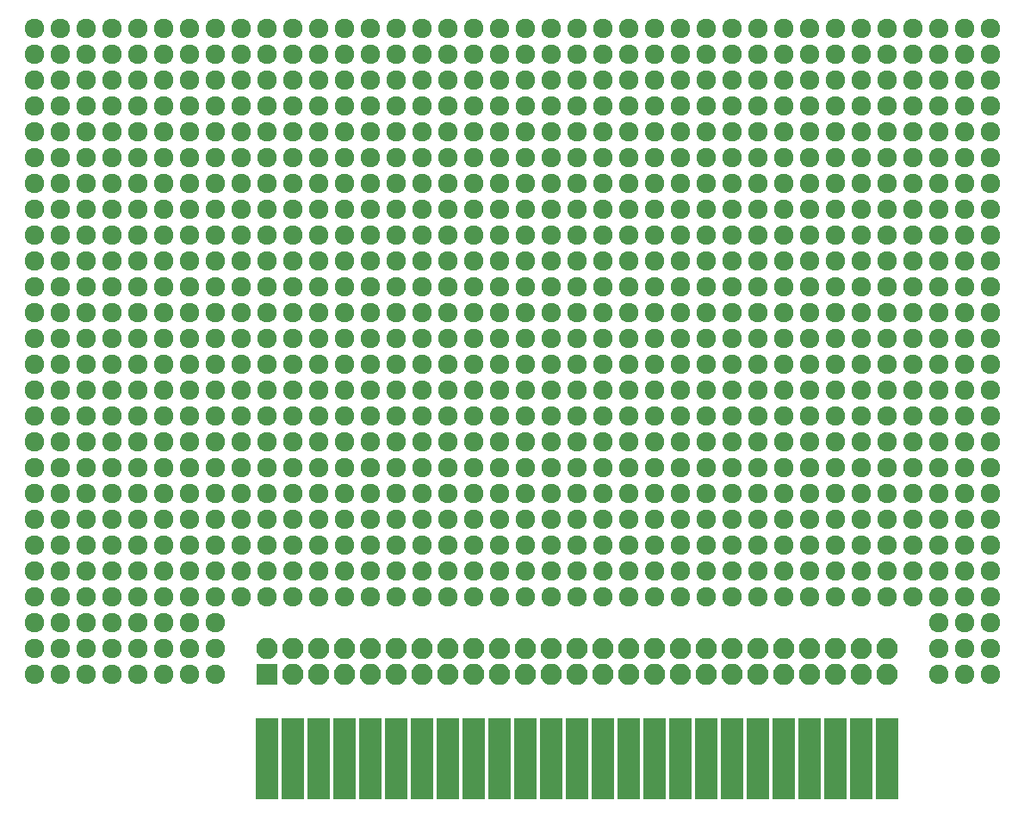
<source format=gbs>
G04 #@! TF.FileFunction,Soldermask,Bot*
%FSLAX46Y46*%
G04 Gerber Fmt 4.6, Leading zero omitted, Abs format (unit mm)*
G04 Created by KiCad (PCBNEW 4.0.7) date 08/21/19 17:33:11*
%MOMM*%
%LPD*%
G01*
G04 APERTURE LIST*
%ADD10C,0.100000*%
%ADD11C,1.924000*%
%ADD12R,2.178000X8.020000*%
%ADD13R,2.100000X2.100000*%
%ADD14O,2.100000X2.100000*%
G04 APERTURE END LIST*
D10*
D11*
X165735000Y-128905000D03*
X165735000Y-126365000D03*
X165735000Y-123825000D03*
X165735000Y-121285000D03*
X165735000Y-118745000D03*
X165735000Y-116205000D03*
X165735000Y-113665000D03*
X165735000Y-111125000D03*
X165735000Y-108585000D03*
X165735000Y-106045000D03*
X165735000Y-103505000D03*
X165735000Y-100965000D03*
X165735000Y-98425000D03*
X165735000Y-95885000D03*
X165735000Y-93345000D03*
X165735000Y-90805000D03*
X165735000Y-88265000D03*
X165735000Y-85725000D03*
X165735000Y-83185000D03*
X165735000Y-80645000D03*
X165735000Y-78105000D03*
X165735000Y-75565000D03*
X165735000Y-73025000D03*
X165735000Y-70485000D03*
X165735000Y-67945000D03*
X165735000Y-65405000D03*
X170815000Y-128905000D03*
X170815000Y-126365000D03*
X170815000Y-123825000D03*
X170815000Y-121285000D03*
X170815000Y-118745000D03*
X170815000Y-116205000D03*
X170815000Y-113665000D03*
X170815000Y-111125000D03*
X170815000Y-108585000D03*
X170815000Y-106045000D03*
X170815000Y-103505000D03*
X170815000Y-100965000D03*
X170815000Y-98425000D03*
X170815000Y-95885000D03*
X170815000Y-93345000D03*
X170815000Y-90805000D03*
X170815000Y-88265000D03*
X170815000Y-85725000D03*
X170815000Y-83185000D03*
X170815000Y-80645000D03*
X170815000Y-78105000D03*
X170815000Y-75565000D03*
X170815000Y-73025000D03*
X170815000Y-70485000D03*
X170815000Y-67945000D03*
X170815000Y-65405000D03*
X173355000Y-128905000D03*
X173355000Y-126365000D03*
X173355000Y-123825000D03*
X173355000Y-121285000D03*
X173355000Y-118745000D03*
X173355000Y-116205000D03*
X173355000Y-113665000D03*
X173355000Y-111125000D03*
X173355000Y-108585000D03*
X173355000Y-106045000D03*
X173355000Y-103505000D03*
X173355000Y-100965000D03*
X173355000Y-98425000D03*
X173355000Y-95885000D03*
X173355000Y-93345000D03*
X173355000Y-90805000D03*
X173355000Y-88265000D03*
X173355000Y-85725000D03*
X173355000Y-83185000D03*
X173355000Y-80645000D03*
X173355000Y-78105000D03*
X173355000Y-75565000D03*
X173355000Y-73025000D03*
X173355000Y-70485000D03*
X173355000Y-67945000D03*
X173355000Y-65405000D03*
X168275000Y-128905000D03*
X168275000Y-126365000D03*
X168275000Y-123825000D03*
X168275000Y-121285000D03*
X168275000Y-118745000D03*
X168275000Y-116205000D03*
X168275000Y-113665000D03*
X168275000Y-111125000D03*
X168275000Y-108585000D03*
X168275000Y-106045000D03*
X168275000Y-103505000D03*
X168275000Y-100965000D03*
X168275000Y-98425000D03*
X168275000Y-95885000D03*
X168275000Y-93345000D03*
X168275000Y-90805000D03*
X168275000Y-88265000D03*
X168275000Y-85725000D03*
X168275000Y-83185000D03*
X168275000Y-80645000D03*
X168275000Y-78105000D03*
X168275000Y-75565000D03*
X168275000Y-73025000D03*
X168275000Y-70485000D03*
X168275000Y-67945000D03*
X168275000Y-65405000D03*
X175895000Y-128905000D03*
X175895000Y-126365000D03*
X175895000Y-123825000D03*
X175895000Y-121285000D03*
X175895000Y-118745000D03*
X175895000Y-116205000D03*
X175895000Y-113665000D03*
X175895000Y-111125000D03*
X175895000Y-108585000D03*
X175895000Y-106045000D03*
X175895000Y-103505000D03*
X175895000Y-100965000D03*
X175895000Y-98425000D03*
X175895000Y-95885000D03*
X175895000Y-93345000D03*
X175895000Y-90805000D03*
X175895000Y-88265000D03*
X175895000Y-85725000D03*
X175895000Y-83185000D03*
X175895000Y-80645000D03*
X175895000Y-78105000D03*
X175895000Y-75565000D03*
X175895000Y-73025000D03*
X175895000Y-70485000D03*
X175895000Y-67945000D03*
X175895000Y-65405000D03*
X178435000Y-128905000D03*
X178435000Y-126365000D03*
X178435000Y-123825000D03*
X178435000Y-121285000D03*
X178435000Y-118745000D03*
X178435000Y-116205000D03*
X178435000Y-113665000D03*
X178435000Y-111125000D03*
X178435000Y-108585000D03*
X178435000Y-106045000D03*
X178435000Y-103505000D03*
X178435000Y-100965000D03*
X178435000Y-98425000D03*
X178435000Y-95885000D03*
X178435000Y-93345000D03*
X178435000Y-90805000D03*
X178435000Y-88265000D03*
X178435000Y-85725000D03*
X178435000Y-83185000D03*
X178435000Y-80645000D03*
X178435000Y-78105000D03*
X178435000Y-75565000D03*
X178435000Y-73025000D03*
X178435000Y-70485000D03*
X178435000Y-67945000D03*
X178435000Y-65405000D03*
X180975000Y-128905000D03*
X180975000Y-126365000D03*
X180975000Y-123825000D03*
X180975000Y-121285000D03*
X180975000Y-118745000D03*
X180975000Y-116205000D03*
X180975000Y-113665000D03*
X180975000Y-111125000D03*
X180975000Y-108585000D03*
X180975000Y-106045000D03*
X180975000Y-103505000D03*
X180975000Y-100965000D03*
X180975000Y-98425000D03*
X180975000Y-95885000D03*
X180975000Y-93345000D03*
X180975000Y-90805000D03*
X180975000Y-88265000D03*
X180975000Y-85725000D03*
X180975000Y-83185000D03*
X180975000Y-80645000D03*
X180975000Y-78105000D03*
X180975000Y-75565000D03*
X180975000Y-73025000D03*
X180975000Y-70485000D03*
X180975000Y-67945000D03*
X180975000Y-65405000D03*
X183515000Y-128905000D03*
X183515000Y-126365000D03*
X183515000Y-123825000D03*
X183515000Y-121285000D03*
X183515000Y-118745000D03*
X183515000Y-116205000D03*
X183515000Y-113665000D03*
X183515000Y-111125000D03*
X183515000Y-108585000D03*
X183515000Y-106045000D03*
X183515000Y-103505000D03*
X183515000Y-100965000D03*
X183515000Y-98425000D03*
X183515000Y-95885000D03*
X183515000Y-93345000D03*
X183515000Y-90805000D03*
X183515000Y-88265000D03*
X183515000Y-85725000D03*
X183515000Y-83185000D03*
X183515000Y-80645000D03*
X183515000Y-78105000D03*
X183515000Y-75565000D03*
X183515000Y-73025000D03*
X183515000Y-70485000D03*
X183515000Y-67945000D03*
X183515000Y-65405000D03*
X186055000Y-121285000D03*
X186055000Y-118745000D03*
X186055000Y-116205000D03*
X186055000Y-113665000D03*
X186055000Y-111125000D03*
X186055000Y-108585000D03*
X186055000Y-106045000D03*
X186055000Y-103505000D03*
X186055000Y-100965000D03*
X186055000Y-98425000D03*
X186055000Y-95885000D03*
X186055000Y-93345000D03*
X186055000Y-90805000D03*
X186055000Y-88265000D03*
X186055000Y-85725000D03*
X186055000Y-83185000D03*
X186055000Y-80645000D03*
X186055000Y-78105000D03*
X186055000Y-75565000D03*
X186055000Y-73025000D03*
X186055000Y-70485000D03*
X186055000Y-67945000D03*
X186055000Y-65405000D03*
X188595000Y-121285000D03*
X188595000Y-118745000D03*
X188595000Y-116205000D03*
X188595000Y-113665000D03*
X188595000Y-111125000D03*
X188595000Y-108585000D03*
X188595000Y-106045000D03*
X188595000Y-103505000D03*
X188595000Y-100965000D03*
X188595000Y-98425000D03*
X188595000Y-95885000D03*
X188595000Y-93345000D03*
X188595000Y-90805000D03*
X188595000Y-88265000D03*
X188595000Y-85725000D03*
X188595000Y-83185000D03*
X188595000Y-80645000D03*
X188595000Y-78105000D03*
X188595000Y-75565000D03*
X188595000Y-73025000D03*
X188595000Y-70485000D03*
X188595000Y-67945000D03*
X188595000Y-65405000D03*
X191135000Y-121285000D03*
X191135000Y-118745000D03*
X191135000Y-116205000D03*
X191135000Y-113665000D03*
X191135000Y-111125000D03*
X191135000Y-108585000D03*
X191135000Y-106045000D03*
X191135000Y-103505000D03*
X191135000Y-100965000D03*
X191135000Y-98425000D03*
X191135000Y-95885000D03*
X191135000Y-93345000D03*
X191135000Y-90805000D03*
X191135000Y-88265000D03*
X191135000Y-85725000D03*
X191135000Y-83185000D03*
X191135000Y-80645000D03*
X191135000Y-78105000D03*
X191135000Y-75565000D03*
X191135000Y-73025000D03*
X191135000Y-70485000D03*
X191135000Y-67945000D03*
X191135000Y-65405000D03*
X193675000Y-121285000D03*
X193675000Y-118745000D03*
X193675000Y-116205000D03*
X193675000Y-113665000D03*
X193675000Y-111125000D03*
X193675000Y-108585000D03*
X193675000Y-106045000D03*
X193675000Y-103505000D03*
X193675000Y-100965000D03*
X193675000Y-98425000D03*
X193675000Y-95885000D03*
X193675000Y-93345000D03*
X193675000Y-90805000D03*
X193675000Y-88265000D03*
X193675000Y-85725000D03*
X193675000Y-83185000D03*
X193675000Y-80645000D03*
X193675000Y-78105000D03*
X193675000Y-75565000D03*
X193675000Y-73025000D03*
X193675000Y-70485000D03*
X193675000Y-67945000D03*
X193675000Y-65405000D03*
X196215000Y-121285000D03*
X196215000Y-118745000D03*
X196215000Y-116205000D03*
X196215000Y-113665000D03*
X196215000Y-111125000D03*
X196215000Y-108585000D03*
X196215000Y-106045000D03*
X196215000Y-103505000D03*
X196215000Y-100965000D03*
X196215000Y-98425000D03*
X196215000Y-95885000D03*
X196215000Y-93345000D03*
X196215000Y-90805000D03*
X196215000Y-88265000D03*
X196215000Y-85725000D03*
X196215000Y-83185000D03*
X196215000Y-80645000D03*
X196215000Y-78105000D03*
X196215000Y-75565000D03*
X196215000Y-73025000D03*
X196215000Y-70485000D03*
X196215000Y-67945000D03*
X196215000Y-65405000D03*
X198755000Y-121285000D03*
X198755000Y-118745000D03*
X198755000Y-116205000D03*
X198755000Y-113665000D03*
X198755000Y-111125000D03*
X198755000Y-108585000D03*
X198755000Y-106045000D03*
X198755000Y-103505000D03*
X198755000Y-100965000D03*
X198755000Y-98425000D03*
X198755000Y-95885000D03*
X198755000Y-93345000D03*
X198755000Y-90805000D03*
X198755000Y-88265000D03*
X198755000Y-85725000D03*
X198755000Y-83185000D03*
X198755000Y-80645000D03*
X198755000Y-78105000D03*
X198755000Y-75565000D03*
X198755000Y-73025000D03*
X198755000Y-70485000D03*
X198755000Y-67945000D03*
X198755000Y-65405000D03*
X201295000Y-121285000D03*
X201295000Y-118745000D03*
X201295000Y-116205000D03*
X201295000Y-113665000D03*
X201295000Y-111125000D03*
X201295000Y-108585000D03*
X201295000Y-106045000D03*
X201295000Y-103505000D03*
X201295000Y-100965000D03*
X201295000Y-98425000D03*
X201295000Y-95885000D03*
X201295000Y-93345000D03*
X201295000Y-90805000D03*
X201295000Y-88265000D03*
X201295000Y-85725000D03*
X201295000Y-83185000D03*
X201295000Y-80645000D03*
X201295000Y-78105000D03*
X201295000Y-75565000D03*
X201295000Y-73025000D03*
X201295000Y-70485000D03*
X201295000Y-67945000D03*
X201295000Y-65405000D03*
X203835000Y-121285000D03*
X203835000Y-118745000D03*
X203835000Y-116205000D03*
X203835000Y-113665000D03*
X203835000Y-111125000D03*
X203835000Y-108585000D03*
X203835000Y-106045000D03*
X203835000Y-103505000D03*
X203835000Y-100965000D03*
X203835000Y-98425000D03*
X203835000Y-95885000D03*
X203835000Y-93345000D03*
X203835000Y-90805000D03*
X203835000Y-88265000D03*
X203835000Y-85725000D03*
X203835000Y-83185000D03*
X203835000Y-80645000D03*
X203835000Y-78105000D03*
X203835000Y-75565000D03*
X203835000Y-73025000D03*
X203835000Y-70485000D03*
X203835000Y-67945000D03*
X203835000Y-65405000D03*
X206375000Y-121285000D03*
X206375000Y-118745000D03*
X206375000Y-116205000D03*
X206375000Y-113665000D03*
X206375000Y-111125000D03*
X206375000Y-108585000D03*
X206375000Y-106045000D03*
X206375000Y-103505000D03*
X206375000Y-100965000D03*
X206375000Y-98425000D03*
X206375000Y-95885000D03*
X206375000Y-93345000D03*
X206375000Y-90805000D03*
X206375000Y-88265000D03*
X206375000Y-85725000D03*
X206375000Y-83185000D03*
X206375000Y-80645000D03*
X206375000Y-78105000D03*
X206375000Y-75565000D03*
X206375000Y-73025000D03*
X206375000Y-70485000D03*
X206375000Y-67945000D03*
X206375000Y-65405000D03*
X208915000Y-121285000D03*
X208915000Y-118745000D03*
X208915000Y-116205000D03*
X208915000Y-113665000D03*
X208915000Y-111125000D03*
X208915000Y-108585000D03*
X208915000Y-106045000D03*
X208915000Y-103505000D03*
X208915000Y-100965000D03*
X208915000Y-98425000D03*
X208915000Y-95885000D03*
X208915000Y-93345000D03*
X208915000Y-90805000D03*
X208915000Y-88265000D03*
X208915000Y-85725000D03*
X208915000Y-83185000D03*
X208915000Y-80645000D03*
X208915000Y-78105000D03*
X208915000Y-75565000D03*
X208915000Y-73025000D03*
X208915000Y-70485000D03*
X208915000Y-67945000D03*
X208915000Y-65405000D03*
X211455000Y-121285000D03*
X211455000Y-118745000D03*
X211455000Y-116205000D03*
X211455000Y-113665000D03*
X211455000Y-111125000D03*
X211455000Y-108585000D03*
X211455000Y-106045000D03*
X211455000Y-103505000D03*
X211455000Y-100965000D03*
X211455000Y-98425000D03*
X211455000Y-95885000D03*
X211455000Y-93345000D03*
X211455000Y-90805000D03*
X211455000Y-88265000D03*
X211455000Y-85725000D03*
X211455000Y-83185000D03*
X211455000Y-80645000D03*
X211455000Y-78105000D03*
X211455000Y-75565000D03*
X211455000Y-73025000D03*
X211455000Y-70485000D03*
X211455000Y-67945000D03*
X211455000Y-65405000D03*
X213995000Y-121285000D03*
X213995000Y-118745000D03*
X213995000Y-116205000D03*
X213995000Y-113665000D03*
X213995000Y-111125000D03*
X213995000Y-108585000D03*
X213995000Y-106045000D03*
X213995000Y-103505000D03*
X213995000Y-100965000D03*
X213995000Y-98425000D03*
X213995000Y-95885000D03*
X213995000Y-93345000D03*
X213995000Y-90805000D03*
X213995000Y-88265000D03*
X213995000Y-85725000D03*
X213995000Y-83185000D03*
X213995000Y-80645000D03*
X213995000Y-78105000D03*
X213995000Y-75565000D03*
X213995000Y-73025000D03*
X213995000Y-70485000D03*
X213995000Y-67945000D03*
X213995000Y-65405000D03*
X216535000Y-121285000D03*
X216535000Y-118745000D03*
X216535000Y-116205000D03*
X216535000Y-113665000D03*
X216535000Y-111125000D03*
X216535000Y-108585000D03*
X216535000Y-106045000D03*
X216535000Y-103505000D03*
X216535000Y-100965000D03*
X216535000Y-98425000D03*
X216535000Y-95885000D03*
X216535000Y-93345000D03*
X216535000Y-90805000D03*
X216535000Y-88265000D03*
X216535000Y-85725000D03*
X216535000Y-83185000D03*
X216535000Y-80645000D03*
X216535000Y-78105000D03*
X216535000Y-75565000D03*
X216535000Y-73025000D03*
X216535000Y-70485000D03*
X216535000Y-67945000D03*
X216535000Y-65405000D03*
X219075000Y-121285000D03*
X219075000Y-118745000D03*
X219075000Y-116205000D03*
X219075000Y-113665000D03*
X219075000Y-111125000D03*
X219075000Y-108585000D03*
X219075000Y-106045000D03*
X219075000Y-103505000D03*
X219075000Y-100965000D03*
X219075000Y-98425000D03*
X219075000Y-95885000D03*
X219075000Y-93345000D03*
X219075000Y-90805000D03*
X219075000Y-88265000D03*
X219075000Y-85725000D03*
X219075000Y-83185000D03*
X219075000Y-80645000D03*
X219075000Y-78105000D03*
X219075000Y-75565000D03*
X219075000Y-73025000D03*
X219075000Y-70485000D03*
X219075000Y-67945000D03*
X219075000Y-65405000D03*
X221615000Y-121285000D03*
X221615000Y-118745000D03*
X221615000Y-116205000D03*
X221615000Y-113665000D03*
X221615000Y-111125000D03*
X221615000Y-108585000D03*
X221615000Y-106045000D03*
X221615000Y-103505000D03*
X221615000Y-100965000D03*
X221615000Y-98425000D03*
X221615000Y-95885000D03*
X221615000Y-93345000D03*
X221615000Y-90805000D03*
X221615000Y-88265000D03*
X221615000Y-85725000D03*
X221615000Y-83185000D03*
X221615000Y-80645000D03*
X221615000Y-78105000D03*
X221615000Y-75565000D03*
X221615000Y-73025000D03*
X221615000Y-70485000D03*
X221615000Y-67945000D03*
X221615000Y-65405000D03*
X224155000Y-121285000D03*
X224155000Y-118745000D03*
X224155000Y-116205000D03*
X224155000Y-113665000D03*
X224155000Y-111125000D03*
X224155000Y-108585000D03*
X224155000Y-106045000D03*
X224155000Y-103505000D03*
X224155000Y-100965000D03*
X224155000Y-98425000D03*
X224155000Y-95885000D03*
X224155000Y-93345000D03*
X224155000Y-90805000D03*
X224155000Y-88265000D03*
X224155000Y-85725000D03*
X224155000Y-83185000D03*
X224155000Y-80645000D03*
X224155000Y-78105000D03*
X224155000Y-75565000D03*
X224155000Y-73025000D03*
X224155000Y-70485000D03*
X224155000Y-67945000D03*
X224155000Y-65405000D03*
X226695000Y-121285000D03*
X226695000Y-118745000D03*
X226695000Y-116205000D03*
X226695000Y-113665000D03*
X226695000Y-111125000D03*
X226695000Y-108585000D03*
X226695000Y-106045000D03*
X226695000Y-103505000D03*
X226695000Y-100965000D03*
X226695000Y-98425000D03*
X226695000Y-95885000D03*
X226695000Y-93345000D03*
X226695000Y-90805000D03*
X226695000Y-88265000D03*
X226695000Y-85725000D03*
X226695000Y-83185000D03*
X226695000Y-80645000D03*
X226695000Y-78105000D03*
X226695000Y-75565000D03*
X226695000Y-73025000D03*
X226695000Y-70485000D03*
X226695000Y-67945000D03*
X226695000Y-65405000D03*
X229235000Y-121285000D03*
X229235000Y-118745000D03*
X229235000Y-116205000D03*
X229235000Y-113665000D03*
X229235000Y-111125000D03*
X229235000Y-108585000D03*
X229235000Y-106045000D03*
X229235000Y-103505000D03*
X229235000Y-100965000D03*
X229235000Y-98425000D03*
X229235000Y-95885000D03*
X229235000Y-93345000D03*
X229235000Y-90805000D03*
X229235000Y-88265000D03*
X229235000Y-85725000D03*
X229235000Y-83185000D03*
X229235000Y-80645000D03*
X229235000Y-78105000D03*
X229235000Y-75565000D03*
X229235000Y-73025000D03*
X229235000Y-70485000D03*
X229235000Y-67945000D03*
X229235000Y-65405000D03*
X231775000Y-121285000D03*
X231775000Y-118745000D03*
X231775000Y-116205000D03*
X231775000Y-113665000D03*
X231775000Y-111125000D03*
X231775000Y-108585000D03*
X231775000Y-106045000D03*
X231775000Y-103505000D03*
X231775000Y-100965000D03*
X231775000Y-98425000D03*
X231775000Y-95885000D03*
X231775000Y-93345000D03*
X231775000Y-90805000D03*
X231775000Y-88265000D03*
X231775000Y-85725000D03*
X231775000Y-83185000D03*
X231775000Y-80645000D03*
X231775000Y-78105000D03*
X231775000Y-75565000D03*
X231775000Y-73025000D03*
X231775000Y-70485000D03*
X231775000Y-67945000D03*
X231775000Y-65405000D03*
X234315000Y-121285000D03*
X234315000Y-118745000D03*
X234315000Y-116205000D03*
X234315000Y-113665000D03*
X234315000Y-111125000D03*
X234315000Y-108585000D03*
X234315000Y-106045000D03*
X234315000Y-103505000D03*
X234315000Y-100965000D03*
X234315000Y-98425000D03*
X234315000Y-95885000D03*
X234315000Y-93345000D03*
X234315000Y-90805000D03*
X234315000Y-88265000D03*
X234315000Y-85725000D03*
X234315000Y-83185000D03*
X234315000Y-80645000D03*
X234315000Y-78105000D03*
X234315000Y-75565000D03*
X234315000Y-73025000D03*
X234315000Y-70485000D03*
X234315000Y-67945000D03*
X234315000Y-65405000D03*
X236855000Y-121285000D03*
X236855000Y-118745000D03*
X236855000Y-116205000D03*
X236855000Y-113665000D03*
X236855000Y-111125000D03*
X236855000Y-108585000D03*
X236855000Y-106045000D03*
X236855000Y-103505000D03*
X236855000Y-100965000D03*
X236855000Y-98425000D03*
X236855000Y-95885000D03*
X236855000Y-93345000D03*
X236855000Y-90805000D03*
X236855000Y-88265000D03*
X236855000Y-85725000D03*
X236855000Y-83185000D03*
X236855000Y-80645000D03*
X236855000Y-78105000D03*
X236855000Y-75565000D03*
X236855000Y-73025000D03*
X236855000Y-70485000D03*
X236855000Y-67945000D03*
X236855000Y-65405000D03*
X239395000Y-121285000D03*
X239395000Y-118745000D03*
X239395000Y-116205000D03*
X239395000Y-113665000D03*
X239395000Y-111125000D03*
X239395000Y-108585000D03*
X239395000Y-106045000D03*
X239395000Y-103505000D03*
X239395000Y-100965000D03*
X239395000Y-98425000D03*
X239395000Y-95885000D03*
X239395000Y-93345000D03*
X239395000Y-90805000D03*
X239395000Y-88265000D03*
X239395000Y-85725000D03*
X239395000Y-83185000D03*
X239395000Y-80645000D03*
X239395000Y-78105000D03*
X239395000Y-75565000D03*
X239395000Y-73025000D03*
X239395000Y-70485000D03*
X239395000Y-67945000D03*
X239395000Y-65405000D03*
X241935000Y-121285000D03*
X241935000Y-118745000D03*
X241935000Y-116205000D03*
X241935000Y-113665000D03*
X241935000Y-111125000D03*
X241935000Y-108585000D03*
X241935000Y-106045000D03*
X241935000Y-103505000D03*
X241935000Y-100965000D03*
X241935000Y-98425000D03*
X241935000Y-95885000D03*
X241935000Y-93345000D03*
X241935000Y-90805000D03*
X241935000Y-88265000D03*
X241935000Y-85725000D03*
X241935000Y-83185000D03*
X241935000Y-80645000D03*
X241935000Y-78105000D03*
X241935000Y-75565000D03*
X241935000Y-73025000D03*
X241935000Y-70485000D03*
X241935000Y-67945000D03*
X241935000Y-65405000D03*
X244475000Y-121285000D03*
X244475000Y-118745000D03*
X244475000Y-116205000D03*
X244475000Y-113665000D03*
X244475000Y-111125000D03*
X244475000Y-108585000D03*
X244475000Y-106045000D03*
X244475000Y-103505000D03*
X244475000Y-100965000D03*
X244475000Y-98425000D03*
X244475000Y-95885000D03*
X244475000Y-93345000D03*
X244475000Y-90805000D03*
X244475000Y-88265000D03*
X244475000Y-85725000D03*
X244475000Y-83185000D03*
X244475000Y-80645000D03*
X244475000Y-78105000D03*
X244475000Y-75565000D03*
X244475000Y-73025000D03*
X244475000Y-70485000D03*
X244475000Y-67945000D03*
X244475000Y-65405000D03*
X247015000Y-121285000D03*
X247015000Y-118745000D03*
X247015000Y-116205000D03*
X247015000Y-113665000D03*
X247015000Y-111125000D03*
X247015000Y-108585000D03*
X247015000Y-106045000D03*
X247015000Y-103505000D03*
X247015000Y-100965000D03*
X247015000Y-98425000D03*
X247015000Y-95885000D03*
X247015000Y-93345000D03*
X247015000Y-90805000D03*
X247015000Y-88265000D03*
X247015000Y-85725000D03*
X247015000Y-83185000D03*
X247015000Y-80645000D03*
X247015000Y-78105000D03*
X247015000Y-75565000D03*
X247015000Y-73025000D03*
X247015000Y-70485000D03*
X247015000Y-67945000D03*
X247015000Y-65405000D03*
X249555000Y-121285000D03*
X249555000Y-118745000D03*
X249555000Y-116205000D03*
X249555000Y-113665000D03*
X249555000Y-111125000D03*
X249555000Y-108585000D03*
X249555000Y-106045000D03*
X249555000Y-103505000D03*
X249555000Y-100965000D03*
X249555000Y-98425000D03*
X249555000Y-95885000D03*
X249555000Y-93345000D03*
X249555000Y-90805000D03*
X249555000Y-88265000D03*
X249555000Y-85725000D03*
X249555000Y-83185000D03*
X249555000Y-80645000D03*
X249555000Y-78105000D03*
X249555000Y-75565000D03*
X249555000Y-73025000D03*
X249555000Y-70485000D03*
X249555000Y-67945000D03*
X249555000Y-65405000D03*
X252095000Y-121285000D03*
X252095000Y-118745000D03*
X252095000Y-116205000D03*
X252095000Y-113665000D03*
X252095000Y-111125000D03*
X252095000Y-108585000D03*
X252095000Y-106045000D03*
X252095000Y-103505000D03*
X252095000Y-100965000D03*
X252095000Y-98425000D03*
X252095000Y-95885000D03*
X252095000Y-93345000D03*
X252095000Y-90805000D03*
X252095000Y-88265000D03*
X252095000Y-85725000D03*
X252095000Y-83185000D03*
X252095000Y-80645000D03*
X252095000Y-78105000D03*
X252095000Y-75565000D03*
X252095000Y-73025000D03*
X252095000Y-70485000D03*
X252095000Y-67945000D03*
X252095000Y-65405000D03*
X254635000Y-128905000D03*
X254635000Y-126365000D03*
X254635000Y-123825000D03*
X254635000Y-121285000D03*
X254635000Y-118745000D03*
X254635000Y-116205000D03*
X254635000Y-113665000D03*
X254635000Y-111125000D03*
X254635000Y-108585000D03*
X254635000Y-106045000D03*
X254635000Y-103505000D03*
X254635000Y-100965000D03*
X254635000Y-98425000D03*
X254635000Y-95885000D03*
X254635000Y-93345000D03*
X254635000Y-90805000D03*
X254635000Y-88265000D03*
X254635000Y-85725000D03*
X254635000Y-83185000D03*
X254635000Y-80645000D03*
X254635000Y-78105000D03*
X254635000Y-75565000D03*
X254635000Y-73025000D03*
X254635000Y-70485000D03*
X254635000Y-67945000D03*
X254635000Y-65405000D03*
X257175000Y-128905000D03*
X257175000Y-126365000D03*
X257175000Y-123825000D03*
X257175000Y-121285000D03*
X257175000Y-118745000D03*
X257175000Y-116205000D03*
X257175000Y-113665000D03*
X257175000Y-111125000D03*
X257175000Y-108585000D03*
X257175000Y-106045000D03*
X257175000Y-103505000D03*
X257175000Y-100965000D03*
X257175000Y-98425000D03*
X257175000Y-95885000D03*
X257175000Y-93345000D03*
X257175000Y-90805000D03*
X257175000Y-88265000D03*
X257175000Y-85725000D03*
X257175000Y-83185000D03*
X257175000Y-80645000D03*
X257175000Y-78105000D03*
X257175000Y-75565000D03*
X257175000Y-73025000D03*
X257175000Y-70485000D03*
X257175000Y-67945000D03*
X257175000Y-65405000D03*
X259715000Y-128905000D03*
X259715000Y-126365000D03*
X259715000Y-123825000D03*
X259715000Y-121285000D03*
X259715000Y-118745000D03*
X259715000Y-116205000D03*
X259715000Y-113665000D03*
X259715000Y-111125000D03*
X259715000Y-108585000D03*
X259715000Y-106045000D03*
X259715000Y-103505000D03*
X259715000Y-100965000D03*
X259715000Y-98425000D03*
X259715000Y-95885000D03*
X259715000Y-93345000D03*
X259715000Y-90805000D03*
X259715000Y-88265000D03*
X259715000Y-85725000D03*
X259715000Y-83185000D03*
X259715000Y-80645000D03*
X259715000Y-78105000D03*
X259715000Y-75565000D03*
X259715000Y-73025000D03*
X259715000Y-70485000D03*
X259715000Y-67945000D03*
X259715000Y-65405000D03*
D12*
X188595000Y-137160000D03*
X191135000Y-137160000D03*
X193675000Y-137160000D03*
X196215000Y-137160000D03*
X198755000Y-137160000D03*
X201295000Y-137160000D03*
X203835000Y-137160000D03*
X206375000Y-137160000D03*
X208915000Y-137160000D03*
X211455000Y-137160000D03*
X213995000Y-137160000D03*
X216535000Y-137160000D03*
X219075000Y-137160000D03*
X221615000Y-137160000D03*
X224155000Y-137160000D03*
X226695000Y-137160000D03*
X229235000Y-137160000D03*
X231775000Y-137160000D03*
X234315000Y-137160000D03*
X236855000Y-137160000D03*
X239395000Y-137160000D03*
X241935000Y-137160000D03*
X244475000Y-137160000D03*
X247015000Y-137160000D03*
X249555000Y-137160000D03*
D13*
X188595000Y-128905000D03*
D14*
X191135000Y-128905000D03*
X193675000Y-128905000D03*
X196215000Y-128905000D03*
X198755000Y-128905000D03*
X201295000Y-128905000D03*
X203835000Y-128905000D03*
X206375000Y-128905000D03*
X208915000Y-128905000D03*
X211455000Y-128905000D03*
X213995000Y-128905000D03*
X216535000Y-128905000D03*
X219075000Y-128905000D03*
X221615000Y-128905000D03*
X224155000Y-128905000D03*
X226695000Y-128905000D03*
X229235000Y-128905000D03*
X231775000Y-128905000D03*
X234315000Y-128905000D03*
X236855000Y-128905000D03*
X239395000Y-128905000D03*
X241935000Y-128905000D03*
X244475000Y-128905000D03*
X247015000Y-128905000D03*
X249555000Y-128905000D03*
X249555000Y-126365000D03*
X247015000Y-126365000D03*
X244475000Y-126365000D03*
X241935000Y-126365000D03*
X239395000Y-126365000D03*
X236855000Y-126365000D03*
X234315000Y-126365000D03*
X231775000Y-126365000D03*
X229235000Y-126365000D03*
X226695000Y-126365000D03*
X224155000Y-126365000D03*
X221615000Y-126365000D03*
X219075000Y-126365000D03*
X216535000Y-126365000D03*
X213995000Y-126365000D03*
X211455000Y-126365000D03*
X208915000Y-126365000D03*
X206375000Y-126365000D03*
X203835000Y-126365000D03*
X201295000Y-126365000D03*
X198755000Y-126365000D03*
X196215000Y-126365000D03*
X193675000Y-126365000D03*
X191135000Y-126365000D03*
X188595000Y-126365000D03*
M02*

</source>
